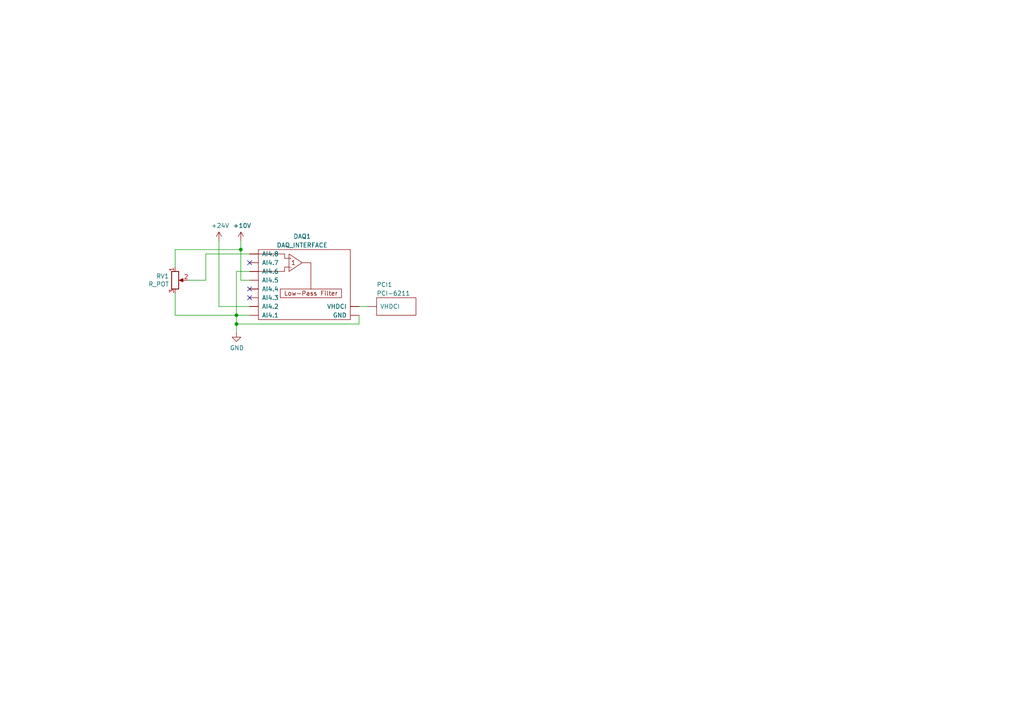
<source format=kicad_sch>
(kicad_sch (version 20230121) (generator eeschema)
  (paper "A4")
  (lib_symbols
    (symbol "lin_pot_circuit-rescue:R_POT-Device" (pin_names (offset 1.016) hide)
      (property "Reference" "RV" (at -4.445 0 90))
      (property "Value" "Device_R_POT" (at -2.54 0 90))
      (symbol "R_POT-Device_0_1"
        (polyline (pts (xy 2.54 0) (xy 1.524 0)))
        (polyline (pts (xy 1.143 0) (xy 2.286 0.508) (xy 2.286 -0.508) (xy 1.143 0)) (fill (type outline)))
        (rectangle (start 1.016 2.54) (end -1.016 -2.54) (stroke (width 0.254)))
      )
      (symbol "R_POT-Device_1_1"
        (pin passive line (at 0 3.81 270) (length 1.27) (name "1") (number "1"))
        (pin passive line (at 3.81 0 180) (length 1.27) (name "2") (number "2"))
        (pin passive line (at 0 -3.81 90) (length 1.27) (name "3") (number "3"))
      )
    )
    (symbol "lin_pot_circuit:DAQ_INTERFACE" (pin_names (offset 1.016))
      (property "Reference" "DAQ" (at -6.35 3.81 0))
      (property "Value" "DAQ_INTERFACE" (at -6.35 1.27 0))
      (symbol "DAQ_INTERFACE_0_0"
        (rectangle (start -12.7 0) (end 13.97 -20.32))
        (rectangle (start -6.35 -6.35) (end 11.43 -8.89))
        (polyline (pts (xy 0 -16.51) (xy 2.54 -16.51) (xy 2.54 -8.89)))
        (polyline (pts (xy -12.7 -19.05) (xy -5.08 -19.05) (xy -5.08 -17.78) (xy -3.81 -17.78)))
        (polyline (pts (xy -12.7 -13.97) (xy -5.08 -13.97) (xy -5.08 -15.24) (xy -3.81 -15.24)))
        (polyline (pts (xy 0 -16.51) (xy -3.81 -13.97) (xy -3.81 -19.05) (xy 0 -16.51)))
        (text "+" (at -3.4036 -17.78 0) (effects (font (size 0.508 0.508))))
        (text "-" (at -3.4036 -15.24 0) (effects (font (size 0.508 0.508))))
        (text "1" (at -2.54 -16.51 0) (effects (font (size 1.27 1.27))))
        (text "Low-Pass Filter" (at 2.54 -7.62 0) (effects (font (size 1.27 1.27))))
      )
      (symbol "DAQ_INTERFACE_1_1"
        (pin input line (at -15.24 -1.27 0) (length 2.54) (name "AI4.1") (number "~"))
        (pin input line (at -15.24 -3.81 0) (length 2.54) (name "AI4.2") (number "~"))
        (pin input line (at -15.24 -6.35 0) (length 2.54) (name "AI4.3") (number "~"))
        (pin input line (at -15.24 -8.89 0) (length 2.54) (name "AI4.4") (number "~"))
        (pin input line (at -15.24 -11.43 0) (length 2.54) (name "AI4.5") (number "~"))
        (pin input line (at -15.24 -13.97 0) (length 2.54) (name "AI4.6") (number "~"))
        (pin input line (at -15.24 -16.51 0) (length 2.54) (name "AI4.7") (number "~"))
        (pin input line (at -15.24 -19.05 0) (length 2.54) (name "AI4.8") (number "~"))
        (pin input line (at 16.51 -1.27 180) (length 2.54) (name "GND") (number "~"))
        (pin input line (at 16.51 -3.81 180) (length 2.54) (name "VHDCI") (number "~"))
      )
    )
    (symbol "lin_pot_circuit:PCI-6211" (pin_names (offset 1.016))
      (property "Reference" "PCI" (at -5.08 1.27 0))
      (property "Value" "PCI-6211" (at -5.08 1.27 0))
      (symbol "PCI-6211_0_1"
        (rectangle (start -11.43 0) (end 0 -5.08))
      )
      (symbol "PCI-6211_1_1"
        (pin input line (at -13.97 -2.54 0) (length 2.54) (name "VHDCI") (number "~"))
      )
    )
    (symbol "power:+10V" (power) (pin_names (offset 0))
      (property "Value" "+10V" (at 0 3.556 0))
      (symbol "+10V_0_1"
        (polyline (pts (xy -0.762 1.27) (xy 0 2.54)))
        (polyline (pts (xy 0 0) (xy 0 2.54)))
        (polyline (pts (xy 0 2.54) (xy 0.762 1.27)))
      )
      (symbol "+10V_1_1"
        (pin power_in line (at 0 0 90) (length 0) hide (name "+10V") (number "1"))
      )
    )
    (symbol "power:+24V" (power) (pin_names (offset 0))
      (property "Value" "+24V" (at 0 3.556 0))
      (symbol "+24V_0_1"
        (polyline (pts (xy -0.762 1.27) (xy 0 2.54)))
        (polyline (pts (xy 0 0) (xy 0 2.54)))
        (polyline (pts (xy 0 2.54) (xy 0.762 1.27)))
      )
      (symbol "+24V_1_1"
        (pin power_in line (at 0 0 90) (length 0) hide (name "+24V") (number "1"))
      )
    )
    (symbol "power:GND" (power) (pin_names (offset 0))
      (property "Value" "GND" (at 0 -3.81 0))
      (symbol "GND_0_1"
        (polyline (pts (xy 0 0) (xy 0 -1.27) (xy 1.27 -1.27) (xy 0 -2.54) (xy -1.27 -1.27) (xy 0 -1.27)))
      )
      (symbol "GND_1_1"
        (pin power_in line (at 0 0 270) (length 0) hide (name "GND") (number "1"))
      )
    )
  )
  (junction (at 68.58 91.44))
  (junction (at 69.85 72.39))
  (junction (at 68.58 93.98))
  (no_connect (at 72.39 86.36))
  (no_connect (at 72.39 83.82))
  (no_connect (at 72.39 76.2))
  (wire (pts (xy 104.14 91.44) (xy 104.14 93.98)))
  (wire (pts (xy 59.69 73.66) (xy 72.39 73.66)))
  (wire (pts (xy 54.61 81.28) (xy 59.69 81.28)))
  (wire (pts (xy 63.5 88.9) (xy 63.5 69.85)))
  (wire (pts (xy 106.68 88.9) (xy 104.14 88.9)))
  (wire (pts (xy 69.85 81.28) (xy 69.85 72.39)))
  (wire (pts (xy 50.8 72.39) (xy 50.8 77.47)))
  (wire (pts (xy 50.8 85.09) (xy 50.8 91.44)))
  (wire (pts (xy 72.39 81.28) (xy 69.85 81.28)))
  (wire (pts (xy 72.39 88.9) (xy 63.5 88.9)))
  (wire (pts (xy 50.8 91.44) (xy 68.58 91.44)))
  (wire (pts (xy 69.85 72.39) (xy 50.8 72.39)))
  (wire (pts (xy 68.58 78.74) (xy 68.58 91.44)))
  (wire (pts (xy 72.39 78.74) (xy 68.58 78.74)))
  (wire (pts (xy 59.69 81.28) (xy 59.69 73.66)))
  (wire (pts (xy 104.14 93.98) (xy 68.58 93.98)))
  (wire (pts (xy 69.85 69.85) (xy 69.85 72.39)))
  (wire (pts (xy 68.58 91.44) (xy 72.39 91.44)))
  (wire (pts (xy 68.58 93.98) (xy 68.58 91.44)))
  (wire (pts (xy 68.58 96.52) (xy 68.58 93.98)))
  (symbol (lib_id "lin_pot_circuit-rescue:R_POT-Device") (at 50.8 81.28 0) (unit 1)
    (property "Reference" "RV1" (at 49.0474 80.1116 0) (effects (justify right)))
    (property "Value" "R_POT" (at 49.0474 82.423 0) (effects (justify right)))
  )
  (symbol (lib_id "power:GND") (at 68.58 96.52 0) (unit 1)
    (property "Reference" "#PWR02" (effects hide))
    (property "Value" "GND" (at 68.707 100.9142 0))
  )
  (symbol (lib_id "lin_pot_circuit:DAQ_INTERFACE") (at 87.63 92.71 0) (mirror x) (unit 1)
    (property "Reference" "DAQ1" (at 87.63 68.58 0))
    (property "Value" "DAQ_INTERFACE" (at 87.63 71.12 0))
  )
  (symbol (lib_id "power:+10V") (at 69.85 69.85 0) (unit 1)
    (property "Reference" "#PWR03" (effects hide))
    (property "Value" "+10V" (at 70.231 65.4558 0))
  )
  (symbol (lib_id "power:+24V") (at 63.5 69.85 0) (unit 1)
    (property "Reference" "#PWR01" (effects hide))
    (property "Value" "+24V" (at 63.881 65.4558 0))
  )
  (symbol (lib_id "lin_pot_circuit:PCI-6211") (at 120.65 86.36 0) (unit 1)
    (property "Reference" "PCI1" (at 109.22 82.55 0) (effects (justify left)))
    (property "Value" "PCI-6211" (at 109.22 85.09 0) (effects (justify left)))
  )
)
</source>
